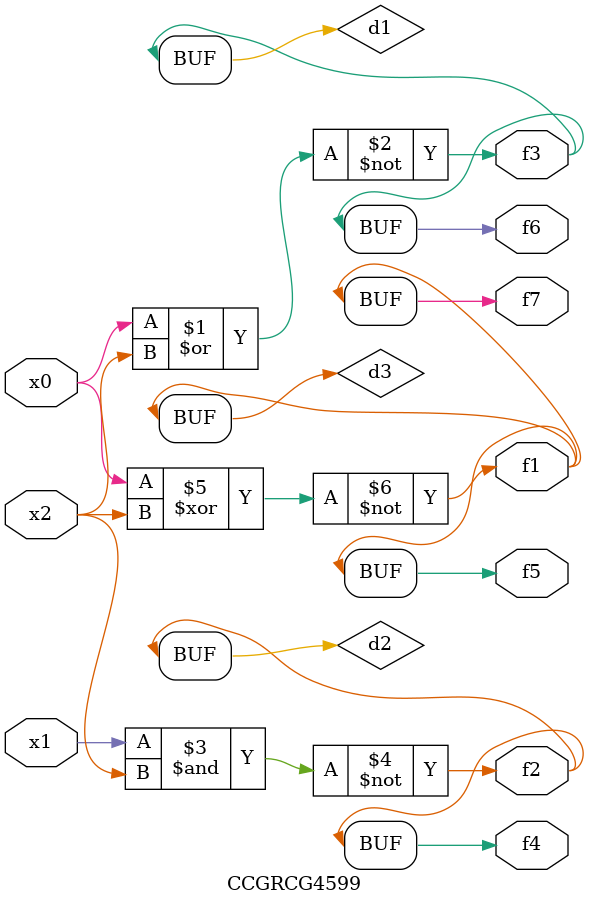
<source format=v>
module CCGRCG4599(
	input x0, x1, x2,
	output f1, f2, f3, f4, f5, f6, f7
);

	wire d1, d2, d3;

	nor (d1, x0, x2);
	nand (d2, x1, x2);
	xnor (d3, x0, x2);
	assign f1 = d3;
	assign f2 = d2;
	assign f3 = d1;
	assign f4 = d2;
	assign f5 = d3;
	assign f6 = d1;
	assign f7 = d3;
endmodule

</source>
